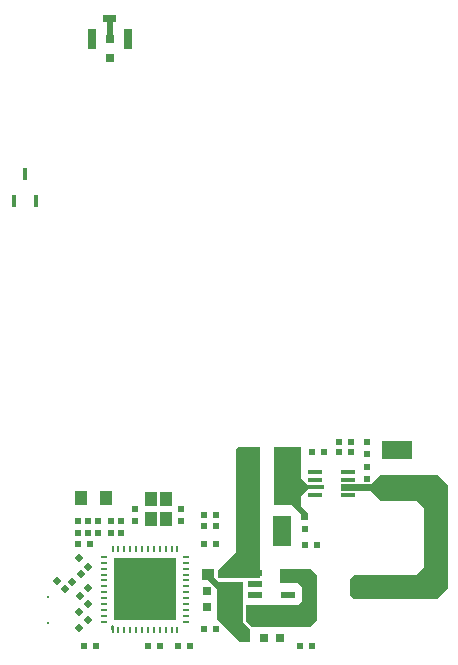
<source format=gtp>
G04*
G04 #@! TF.GenerationSoftware,Altium Limited,Altium Designer,20.0.1 (14)*
G04*
G04 Layer_Color=8421504*
%FSLAX44Y44*%
%MOMM*%
G71*
G01*
G75*
%ADD21R,1.2000X0.5000*%
%ADD22R,0.7620X0.7620*%
%ADD23R,0.7620X0.7620*%
%ADD24R,1.5240X2.5400*%
%ADD25R,2.5400X1.5240*%
%ADD26C,0.3000*%
%ADD27R,0.4500X1.0000*%
%ADD28O,0.2499X0.6000*%
%ADD29O,0.6000X0.2499*%
%ADD30R,5.3000X5.3000*%
%ADD31P,0.7184X4X90.0*%
%ADD32R,0.5080X0.5080*%
%ADD33R,1.0160X1.2700*%
%ADD34R,1.2000X0.4000*%
%ADD35R,1.7500X4.5000*%
%ADD36P,0.7184X4X180.0*%
%ADD37R,0.7000X0.7000*%
%ADD38R,0.8000X1.7000*%
%ADD39R,0.5080X0.5080*%
%ADD40R,1.0000X1.2000*%
%ADD41C,1.0000*%
G36*
X117499Y550389D02*
X114499D01*
Y538962D01*
X115233Y538228D01*
Y535550D01*
X113339Y533656D01*
X110661D01*
X108767Y535550D01*
Y538228D01*
X109501Y538962D01*
Y550389D01*
X106501D01*
X106501Y556389D01*
X117499D01*
X117499Y550389D01*
D02*
G37*
G36*
X398000Y158770D02*
Y71000D01*
X389000Y62000D01*
X319000Y62000D01*
X315000Y66000D01*
X315000Y79000D01*
X319000Y83000D01*
X372000Y83000D01*
X378000Y89000D01*
X378000Y139000D01*
X372000Y145000D01*
X342000D01*
X333000Y154000D01*
X307379Y154000D01*
X307379Y159500D01*
X333500Y159500D01*
X341000Y167000D01*
X389770D01*
X398000Y158770D01*
D02*
G37*
G36*
X274000Y191000D02*
X274000Y165000D01*
X280000Y159000D01*
X293000D01*
X293000Y155000D01*
X280000Y155000D01*
X274000Y149000D01*
X274000Y141000D01*
X280000Y135000D01*
X280000Y129000D01*
X274000D01*
X274000Y134000D01*
X266000Y142000D01*
X251000Y142000D01*
X251000Y191000D01*
X274000Y191000D01*
D02*
G37*
G36*
X239000Y80000D02*
X203750Y80000D01*
X203750Y86750D01*
X219000Y102000D01*
X219000Y189000D01*
X221000Y191000D01*
X239000Y191000D01*
Y80000D01*
D02*
G37*
G36*
X287000Y82250D02*
X287000Y44000D01*
X281500Y38500D01*
X231730D01*
X227000Y43230D01*
Y57000D01*
X271000Y57000D01*
X275000Y61000D01*
X275000Y72500D01*
X271500Y76000D01*
X256000Y76000D01*
Y87500D01*
X281750D01*
X287000Y82250D01*
D02*
G37*
G36*
X114483Y39977D02*
X114635Y39939D01*
X114783Y39880D01*
X114920Y39807D01*
X115047Y39713D01*
X115161Y39606D01*
X115260Y39484D01*
X115347Y39352D01*
X115413Y39210D01*
X115461Y39060D01*
X115489Y38907D01*
X115499Y38750D01*
Y37249D01*
X115489Y37094D01*
X115461Y36939D01*
X115413Y36789D01*
X115347Y36647D01*
X115260Y36515D01*
X115161Y36395D01*
X115047Y36286D01*
X114920Y36195D01*
X114783Y36119D01*
X114635Y36060D01*
X114483Y36022D01*
X114328Y36002D01*
X114171D01*
X114016Y36022D01*
X113863Y36060D01*
X113719Y36119D01*
X113581Y36195D01*
X113454Y36286D01*
X113340Y36395D01*
X113238Y36515D01*
X113155Y36647D01*
X113089Y36789D01*
X113040Y36939D01*
X113010Y37094D01*
X113000Y37249D01*
Y38750D01*
X113010Y38907D01*
X113040Y39060D01*
X113089Y39210D01*
X113155Y39352D01*
X113238Y39484D01*
X113340Y39606D01*
X113454Y39713D01*
X113581Y39807D01*
X113719Y39880D01*
X113863Y39939D01*
X114016Y39977D01*
X114171Y39997D01*
X114328D01*
X114483Y39977D01*
D02*
G37*
G36*
X200000Y80750D02*
X203750Y77000D01*
X225000Y77000D01*
X225000Y42500D01*
X231000Y36500D01*
X231000Y25500D01*
X222250Y25500D01*
X203000Y44750D01*
X203000Y70750D01*
X195500Y78250D01*
X190000Y78250D01*
X190000Y87500D01*
X200000D01*
X200000Y80750D01*
D02*
G37*
D21*
X235000Y65250D02*
D03*
Y84250D02*
D03*
Y74750D02*
D03*
X263000Y84250D02*
D03*
Y65250D02*
D03*
D22*
X194372Y83749D02*
D03*
X207372D02*
D03*
X194372Y55749D02*
D03*
X207372D02*
D03*
X194372Y68999D02*
D03*
X207372D02*
D03*
D23*
X242521Y29223D02*
D03*
Y42223D02*
D03*
X255771Y29249D02*
D03*
Y42249D02*
D03*
D24*
X229060Y120000D02*
D03*
X258060D02*
D03*
D25*
X355000Y159302D02*
D03*
Y188302D02*
D03*
D26*
X59268Y64010D02*
D03*
Y41644D02*
D03*
D27*
X40000Y422250D02*
D03*
X49500Y399570D02*
D03*
X30500D02*
D03*
D28*
X169251Y105000D02*
D03*
X114250D02*
D03*
X119250D02*
D03*
X124250D02*
D03*
X129250D02*
D03*
X134250D02*
D03*
X139250D02*
D03*
X144250D02*
D03*
X149250D02*
D03*
X154251D02*
D03*
X159250D02*
D03*
X164250D02*
D03*
X114250Y36000D02*
D03*
X119250D02*
D03*
X124250D02*
D03*
X129250D02*
D03*
X134250D02*
D03*
X139250D02*
D03*
X144250D02*
D03*
X149250D02*
D03*
X154250D02*
D03*
X159250D02*
D03*
X164250D02*
D03*
X169250D02*
D03*
D29*
X176250Y43001D02*
D03*
Y98000D02*
D03*
Y93000D02*
D03*
Y88000D02*
D03*
Y83000D02*
D03*
Y78000D02*
D03*
Y73000D02*
D03*
Y68000D02*
D03*
Y63000D02*
D03*
Y58000D02*
D03*
Y53000D02*
D03*
Y47999D02*
D03*
X107250Y42999D02*
D03*
Y48001D02*
D03*
Y52999D02*
D03*
Y58001D02*
D03*
Y62999D02*
D03*
Y68001D02*
D03*
Y72999D02*
D03*
Y78001D02*
D03*
Y82999D02*
D03*
Y88001D02*
D03*
Y92999D02*
D03*
Y98001D02*
D03*
D30*
X141750Y70500D02*
D03*
D31*
X93286Y44785D02*
D03*
X86215Y37715D02*
D03*
Y50964D02*
D03*
X93286Y58035D02*
D03*
X80205Y76386D02*
D03*
X87389Y83570D02*
D03*
X86361Y64429D02*
D03*
X93545Y71614D02*
D03*
D32*
X84848Y128062D02*
D03*
Y117902D02*
D03*
X172598Y127902D02*
D03*
Y138062D02*
D03*
X133402Y138098D02*
D03*
Y127938D02*
D03*
X112598Y117902D02*
D03*
Y128062D02*
D03*
X121098Y117902D02*
D03*
Y128062D02*
D03*
X101848D02*
D03*
Y117902D02*
D03*
X93402Y128098D02*
D03*
Y117938D02*
D03*
X277068Y132098D02*
D03*
Y121938D02*
D03*
X329360Y163902D02*
D03*
Y174062D02*
D03*
X329402Y185366D02*
D03*
Y195526D02*
D03*
D33*
X109000Y148000D02*
D03*
X87410D02*
D03*
D34*
X313970Y169750D02*
D03*
Y163250D02*
D03*
X286030Y169750D02*
D03*
Y163250D02*
D03*
Y156750D02*
D03*
Y150250D02*
D03*
X313970D02*
D03*
Y156750D02*
D03*
D35*
X229750Y165000D02*
D03*
X262250D02*
D03*
D36*
X67179Y77639D02*
D03*
X74364Y70455D02*
D03*
X86180Y96639D02*
D03*
X93364Y89455D02*
D03*
D37*
X112000Y520389D02*
D03*
Y536000D02*
D03*
D38*
X127500Y536750D02*
D03*
X96500D02*
D03*
D39*
X89938Y22360D02*
D03*
X100098D02*
D03*
X283062Y22402D02*
D03*
X272902D02*
D03*
X179562D02*
D03*
X169402D02*
D03*
X202062Y133402D02*
D03*
X191902D02*
D03*
X202062Y124402D02*
D03*
X191902D02*
D03*
X202098Y108598D02*
D03*
X191938D02*
D03*
X143902Y22402D02*
D03*
X154062D02*
D03*
X84652Y108902D02*
D03*
X94812D02*
D03*
X191938Y37098D02*
D03*
X202098D02*
D03*
X316062Y195402D02*
D03*
X305902D02*
D03*
X305938Y186598D02*
D03*
X316098D02*
D03*
X282938D02*
D03*
X293098D02*
D03*
X287062Y108402D02*
D03*
X276902D02*
D03*
D40*
X146500Y129949D02*
D03*
Y146949D02*
D03*
X159500D02*
D03*
Y129949D02*
D03*
D41*
X387750Y156500D02*
D03*
X221500Y92500D02*
D03*
X279000Y49000D02*
D03*
M02*

</source>
